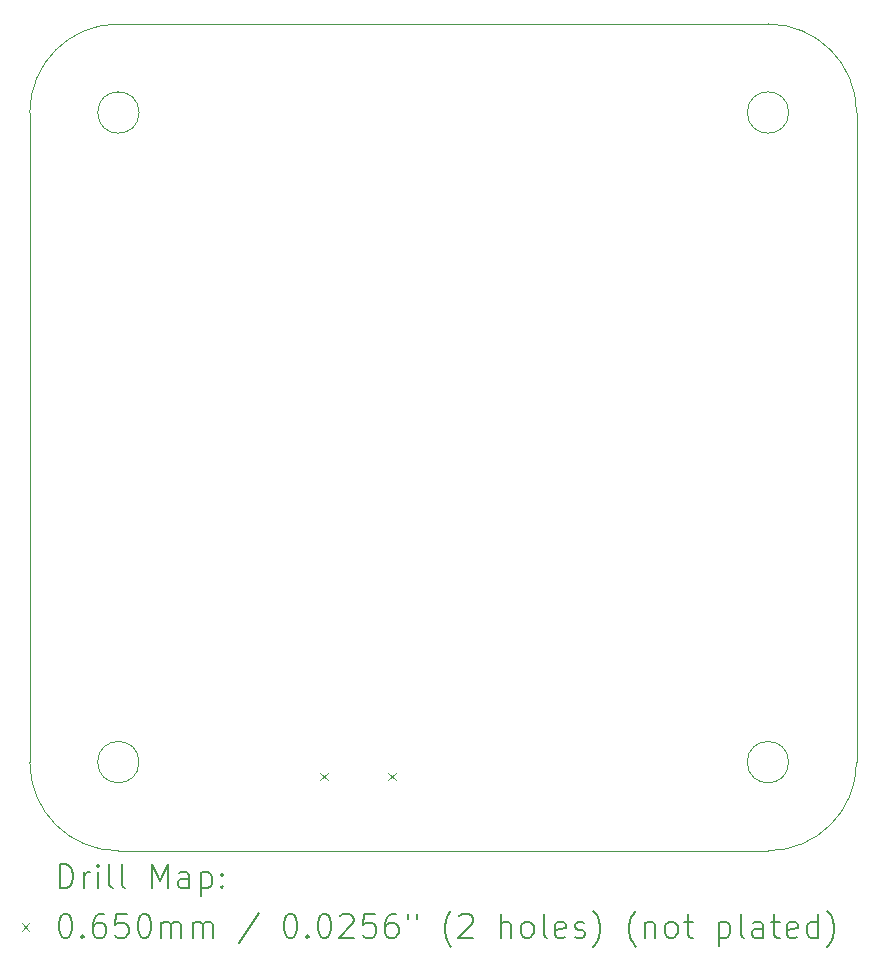
<source format=gbr>
%TF.GenerationSoftware,KiCad,Pcbnew,8.0.5*%
%TF.CreationDate,2025-03-07T10:13:15-08:00*%
%TF.ProjectId,Telemetry PCB V2,54656c65-6d65-4747-9279-205043422056,rev?*%
%TF.SameCoordinates,Original*%
%TF.FileFunction,Drillmap*%
%TF.FilePolarity,Positive*%
%FSLAX45Y45*%
G04 Gerber Fmt 4.5, Leading zero omitted, Abs format (unit mm)*
G04 Created by KiCad (PCBNEW 8.0.5) date 2025-03-07 10:13:15*
%MOMM*%
%LPD*%
G01*
G04 APERTURE LIST*
%ADD10C,0.100000*%
%ADD11C,0.200000*%
G04 APERTURE END LIST*
D10*
X18537000Y-4844000D02*
G75*
G02*
X19287000Y-5594000I0J-750000D01*
G01*
X19287000Y-11094000D02*
G75*
G02*
X18537000Y-11844000I-750000J0D01*
G01*
X13037000Y-11844000D02*
G75*
G02*
X12287000Y-11094000I0J750000D01*
G01*
X18712000Y-11094000D02*
G75*
G02*
X18362000Y-11094000I-175000J0D01*
G01*
X18362000Y-11094000D02*
G75*
G02*
X18712000Y-11094000I175000J0D01*
G01*
X13212000Y-5594000D02*
G75*
G02*
X12862000Y-5594000I-175000J0D01*
G01*
X12862000Y-5594000D02*
G75*
G02*
X13212000Y-5594000I175000J0D01*
G01*
X18712000Y-5594000D02*
G75*
G02*
X18362000Y-5594000I-175000J0D01*
G01*
X18362000Y-5594000D02*
G75*
G02*
X18712000Y-5594000I175000J0D01*
G01*
X19287000Y-5594000D02*
X19287000Y-11094000D01*
X13212000Y-11094000D02*
G75*
G02*
X12862000Y-11094000I-175000J0D01*
G01*
X12862000Y-11094000D02*
G75*
G02*
X13212000Y-11094000I175000J0D01*
G01*
X18537000Y-11844000D02*
X13037000Y-11844000D01*
X12287000Y-11094000D02*
X12287000Y-5594000D01*
X13037000Y-4844000D02*
X18537000Y-4844000D01*
X12287000Y-5594000D02*
G75*
G02*
X13037000Y-4844000I750000J0D01*
G01*
D11*
D10*
X14746000Y-11182500D02*
X14811000Y-11247500D01*
X14811000Y-11182500D02*
X14746000Y-11247500D01*
X15324000Y-11182500D02*
X15389000Y-11247500D01*
X15389000Y-11182500D02*
X15324000Y-11247500D01*
D11*
X12542777Y-12160484D02*
X12542777Y-11960484D01*
X12542777Y-11960484D02*
X12590396Y-11960484D01*
X12590396Y-11960484D02*
X12618967Y-11970008D01*
X12618967Y-11970008D02*
X12638015Y-11989055D01*
X12638015Y-11989055D02*
X12647539Y-12008103D01*
X12647539Y-12008103D02*
X12657062Y-12046198D01*
X12657062Y-12046198D02*
X12657062Y-12074769D01*
X12657062Y-12074769D02*
X12647539Y-12112865D01*
X12647539Y-12112865D02*
X12638015Y-12131912D01*
X12638015Y-12131912D02*
X12618967Y-12150960D01*
X12618967Y-12150960D02*
X12590396Y-12160484D01*
X12590396Y-12160484D02*
X12542777Y-12160484D01*
X12742777Y-12160484D02*
X12742777Y-12027150D01*
X12742777Y-12065246D02*
X12752301Y-12046198D01*
X12752301Y-12046198D02*
X12761824Y-12036674D01*
X12761824Y-12036674D02*
X12780872Y-12027150D01*
X12780872Y-12027150D02*
X12799920Y-12027150D01*
X12866586Y-12160484D02*
X12866586Y-12027150D01*
X12866586Y-11960484D02*
X12857062Y-11970008D01*
X12857062Y-11970008D02*
X12866586Y-11979531D01*
X12866586Y-11979531D02*
X12876110Y-11970008D01*
X12876110Y-11970008D02*
X12866586Y-11960484D01*
X12866586Y-11960484D02*
X12866586Y-11979531D01*
X12990396Y-12160484D02*
X12971348Y-12150960D01*
X12971348Y-12150960D02*
X12961824Y-12131912D01*
X12961824Y-12131912D02*
X12961824Y-11960484D01*
X13095158Y-12160484D02*
X13076110Y-12150960D01*
X13076110Y-12150960D02*
X13066586Y-12131912D01*
X13066586Y-12131912D02*
X13066586Y-11960484D01*
X13323729Y-12160484D02*
X13323729Y-11960484D01*
X13323729Y-11960484D02*
X13390396Y-12103341D01*
X13390396Y-12103341D02*
X13457062Y-11960484D01*
X13457062Y-11960484D02*
X13457062Y-12160484D01*
X13638015Y-12160484D02*
X13638015Y-12055722D01*
X13638015Y-12055722D02*
X13628491Y-12036674D01*
X13628491Y-12036674D02*
X13609443Y-12027150D01*
X13609443Y-12027150D02*
X13571348Y-12027150D01*
X13571348Y-12027150D02*
X13552301Y-12036674D01*
X13638015Y-12150960D02*
X13618967Y-12160484D01*
X13618967Y-12160484D02*
X13571348Y-12160484D01*
X13571348Y-12160484D02*
X13552301Y-12150960D01*
X13552301Y-12150960D02*
X13542777Y-12131912D01*
X13542777Y-12131912D02*
X13542777Y-12112865D01*
X13542777Y-12112865D02*
X13552301Y-12093817D01*
X13552301Y-12093817D02*
X13571348Y-12084293D01*
X13571348Y-12084293D02*
X13618967Y-12084293D01*
X13618967Y-12084293D02*
X13638015Y-12074769D01*
X13733253Y-12027150D02*
X13733253Y-12227150D01*
X13733253Y-12036674D02*
X13752301Y-12027150D01*
X13752301Y-12027150D02*
X13790396Y-12027150D01*
X13790396Y-12027150D02*
X13809443Y-12036674D01*
X13809443Y-12036674D02*
X13818967Y-12046198D01*
X13818967Y-12046198D02*
X13828491Y-12065246D01*
X13828491Y-12065246D02*
X13828491Y-12122388D01*
X13828491Y-12122388D02*
X13818967Y-12141436D01*
X13818967Y-12141436D02*
X13809443Y-12150960D01*
X13809443Y-12150960D02*
X13790396Y-12160484D01*
X13790396Y-12160484D02*
X13752301Y-12160484D01*
X13752301Y-12160484D02*
X13733253Y-12150960D01*
X13914205Y-12141436D02*
X13923729Y-12150960D01*
X13923729Y-12150960D02*
X13914205Y-12160484D01*
X13914205Y-12160484D02*
X13904682Y-12150960D01*
X13904682Y-12150960D02*
X13914205Y-12141436D01*
X13914205Y-12141436D02*
X13914205Y-12160484D01*
X13914205Y-12036674D02*
X13923729Y-12046198D01*
X13923729Y-12046198D02*
X13914205Y-12055722D01*
X13914205Y-12055722D02*
X13904682Y-12046198D01*
X13904682Y-12046198D02*
X13914205Y-12036674D01*
X13914205Y-12036674D02*
X13914205Y-12055722D01*
D10*
X12217000Y-12456500D02*
X12282000Y-12521500D01*
X12282000Y-12456500D02*
X12217000Y-12521500D01*
D11*
X12580872Y-12380484D02*
X12599920Y-12380484D01*
X12599920Y-12380484D02*
X12618967Y-12390008D01*
X12618967Y-12390008D02*
X12628491Y-12399531D01*
X12628491Y-12399531D02*
X12638015Y-12418579D01*
X12638015Y-12418579D02*
X12647539Y-12456674D01*
X12647539Y-12456674D02*
X12647539Y-12504293D01*
X12647539Y-12504293D02*
X12638015Y-12542388D01*
X12638015Y-12542388D02*
X12628491Y-12561436D01*
X12628491Y-12561436D02*
X12618967Y-12570960D01*
X12618967Y-12570960D02*
X12599920Y-12580484D01*
X12599920Y-12580484D02*
X12580872Y-12580484D01*
X12580872Y-12580484D02*
X12561824Y-12570960D01*
X12561824Y-12570960D02*
X12552301Y-12561436D01*
X12552301Y-12561436D02*
X12542777Y-12542388D01*
X12542777Y-12542388D02*
X12533253Y-12504293D01*
X12533253Y-12504293D02*
X12533253Y-12456674D01*
X12533253Y-12456674D02*
X12542777Y-12418579D01*
X12542777Y-12418579D02*
X12552301Y-12399531D01*
X12552301Y-12399531D02*
X12561824Y-12390008D01*
X12561824Y-12390008D02*
X12580872Y-12380484D01*
X12733253Y-12561436D02*
X12742777Y-12570960D01*
X12742777Y-12570960D02*
X12733253Y-12580484D01*
X12733253Y-12580484D02*
X12723729Y-12570960D01*
X12723729Y-12570960D02*
X12733253Y-12561436D01*
X12733253Y-12561436D02*
X12733253Y-12580484D01*
X12914205Y-12380484D02*
X12876110Y-12380484D01*
X12876110Y-12380484D02*
X12857062Y-12390008D01*
X12857062Y-12390008D02*
X12847539Y-12399531D01*
X12847539Y-12399531D02*
X12828491Y-12428103D01*
X12828491Y-12428103D02*
X12818967Y-12466198D01*
X12818967Y-12466198D02*
X12818967Y-12542388D01*
X12818967Y-12542388D02*
X12828491Y-12561436D01*
X12828491Y-12561436D02*
X12838015Y-12570960D01*
X12838015Y-12570960D02*
X12857062Y-12580484D01*
X12857062Y-12580484D02*
X12895158Y-12580484D01*
X12895158Y-12580484D02*
X12914205Y-12570960D01*
X12914205Y-12570960D02*
X12923729Y-12561436D01*
X12923729Y-12561436D02*
X12933253Y-12542388D01*
X12933253Y-12542388D02*
X12933253Y-12494769D01*
X12933253Y-12494769D02*
X12923729Y-12475722D01*
X12923729Y-12475722D02*
X12914205Y-12466198D01*
X12914205Y-12466198D02*
X12895158Y-12456674D01*
X12895158Y-12456674D02*
X12857062Y-12456674D01*
X12857062Y-12456674D02*
X12838015Y-12466198D01*
X12838015Y-12466198D02*
X12828491Y-12475722D01*
X12828491Y-12475722D02*
X12818967Y-12494769D01*
X13114205Y-12380484D02*
X13018967Y-12380484D01*
X13018967Y-12380484D02*
X13009443Y-12475722D01*
X13009443Y-12475722D02*
X13018967Y-12466198D01*
X13018967Y-12466198D02*
X13038015Y-12456674D01*
X13038015Y-12456674D02*
X13085634Y-12456674D01*
X13085634Y-12456674D02*
X13104682Y-12466198D01*
X13104682Y-12466198D02*
X13114205Y-12475722D01*
X13114205Y-12475722D02*
X13123729Y-12494769D01*
X13123729Y-12494769D02*
X13123729Y-12542388D01*
X13123729Y-12542388D02*
X13114205Y-12561436D01*
X13114205Y-12561436D02*
X13104682Y-12570960D01*
X13104682Y-12570960D02*
X13085634Y-12580484D01*
X13085634Y-12580484D02*
X13038015Y-12580484D01*
X13038015Y-12580484D02*
X13018967Y-12570960D01*
X13018967Y-12570960D02*
X13009443Y-12561436D01*
X13247539Y-12380484D02*
X13266586Y-12380484D01*
X13266586Y-12380484D02*
X13285634Y-12390008D01*
X13285634Y-12390008D02*
X13295158Y-12399531D01*
X13295158Y-12399531D02*
X13304682Y-12418579D01*
X13304682Y-12418579D02*
X13314205Y-12456674D01*
X13314205Y-12456674D02*
X13314205Y-12504293D01*
X13314205Y-12504293D02*
X13304682Y-12542388D01*
X13304682Y-12542388D02*
X13295158Y-12561436D01*
X13295158Y-12561436D02*
X13285634Y-12570960D01*
X13285634Y-12570960D02*
X13266586Y-12580484D01*
X13266586Y-12580484D02*
X13247539Y-12580484D01*
X13247539Y-12580484D02*
X13228491Y-12570960D01*
X13228491Y-12570960D02*
X13218967Y-12561436D01*
X13218967Y-12561436D02*
X13209443Y-12542388D01*
X13209443Y-12542388D02*
X13199920Y-12504293D01*
X13199920Y-12504293D02*
X13199920Y-12456674D01*
X13199920Y-12456674D02*
X13209443Y-12418579D01*
X13209443Y-12418579D02*
X13218967Y-12399531D01*
X13218967Y-12399531D02*
X13228491Y-12390008D01*
X13228491Y-12390008D02*
X13247539Y-12380484D01*
X13399920Y-12580484D02*
X13399920Y-12447150D01*
X13399920Y-12466198D02*
X13409443Y-12456674D01*
X13409443Y-12456674D02*
X13428491Y-12447150D01*
X13428491Y-12447150D02*
X13457063Y-12447150D01*
X13457063Y-12447150D02*
X13476110Y-12456674D01*
X13476110Y-12456674D02*
X13485634Y-12475722D01*
X13485634Y-12475722D02*
X13485634Y-12580484D01*
X13485634Y-12475722D02*
X13495158Y-12456674D01*
X13495158Y-12456674D02*
X13514205Y-12447150D01*
X13514205Y-12447150D02*
X13542777Y-12447150D01*
X13542777Y-12447150D02*
X13561824Y-12456674D01*
X13561824Y-12456674D02*
X13571348Y-12475722D01*
X13571348Y-12475722D02*
X13571348Y-12580484D01*
X13666586Y-12580484D02*
X13666586Y-12447150D01*
X13666586Y-12466198D02*
X13676110Y-12456674D01*
X13676110Y-12456674D02*
X13695158Y-12447150D01*
X13695158Y-12447150D02*
X13723729Y-12447150D01*
X13723729Y-12447150D02*
X13742777Y-12456674D01*
X13742777Y-12456674D02*
X13752301Y-12475722D01*
X13752301Y-12475722D02*
X13752301Y-12580484D01*
X13752301Y-12475722D02*
X13761824Y-12456674D01*
X13761824Y-12456674D02*
X13780872Y-12447150D01*
X13780872Y-12447150D02*
X13809443Y-12447150D01*
X13809443Y-12447150D02*
X13828491Y-12456674D01*
X13828491Y-12456674D02*
X13838015Y-12475722D01*
X13838015Y-12475722D02*
X13838015Y-12580484D01*
X14228491Y-12370960D02*
X14057063Y-12628103D01*
X14485634Y-12380484D02*
X14504682Y-12380484D01*
X14504682Y-12380484D02*
X14523729Y-12390008D01*
X14523729Y-12390008D02*
X14533253Y-12399531D01*
X14533253Y-12399531D02*
X14542777Y-12418579D01*
X14542777Y-12418579D02*
X14552301Y-12456674D01*
X14552301Y-12456674D02*
X14552301Y-12504293D01*
X14552301Y-12504293D02*
X14542777Y-12542388D01*
X14542777Y-12542388D02*
X14533253Y-12561436D01*
X14533253Y-12561436D02*
X14523729Y-12570960D01*
X14523729Y-12570960D02*
X14504682Y-12580484D01*
X14504682Y-12580484D02*
X14485634Y-12580484D01*
X14485634Y-12580484D02*
X14466586Y-12570960D01*
X14466586Y-12570960D02*
X14457063Y-12561436D01*
X14457063Y-12561436D02*
X14447539Y-12542388D01*
X14447539Y-12542388D02*
X14438015Y-12504293D01*
X14438015Y-12504293D02*
X14438015Y-12456674D01*
X14438015Y-12456674D02*
X14447539Y-12418579D01*
X14447539Y-12418579D02*
X14457063Y-12399531D01*
X14457063Y-12399531D02*
X14466586Y-12390008D01*
X14466586Y-12390008D02*
X14485634Y-12380484D01*
X14638015Y-12561436D02*
X14647539Y-12570960D01*
X14647539Y-12570960D02*
X14638015Y-12580484D01*
X14638015Y-12580484D02*
X14628491Y-12570960D01*
X14628491Y-12570960D02*
X14638015Y-12561436D01*
X14638015Y-12561436D02*
X14638015Y-12580484D01*
X14771348Y-12380484D02*
X14790396Y-12380484D01*
X14790396Y-12380484D02*
X14809444Y-12390008D01*
X14809444Y-12390008D02*
X14818967Y-12399531D01*
X14818967Y-12399531D02*
X14828491Y-12418579D01*
X14828491Y-12418579D02*
X14838015Y-12456674D01*
X14838015Y-12456674D02*
X14838015Y-12504293D01*
X14838015Y-12504293D02*
X14828491Y-12542388D01*
X14828491Y-12542388D02*
X14818967Y-12561436D01*
X14818967Y-12561436D02*
X14809444Y-12570960D01*
X14809444Y-12570960D02*
X14790396Y-12580484D01*
X14790396Y-12580484D02*
X14771348Y-12580484D01*
X14771348Y-12580484D02*
X14752301Y-12570960D01*
X14752301Y-12570960D02*
X14742777Y-12561436D01*
X14742777Y-12561436D02*
X14733253Y-12542388D01*
X14733253Y-12542388D02*
X14723729Y-12504293D01*
X14723729Y-12504293D02*
X14723729Y-12456674D01*
X14723729Y-12456674D02*
X14733253Y-12418579D01*
X14733253Y-12418579D02*
X14742777Y-12399531D01*
X14742777Y-12399531D02*
X14752301Y-12390008D01*
X14752301Y-12390008D02*
X14771348Y-12380484D01*
X14914206Y-12399531D02*
X14923729Y-12390008D01*
X14923729Y-12390008D02*
X14942777Y-12380484D01*
X14942777Y-12380484D02*
X14990396Y-12380484D01*
X14990396Y-12380484D02*
X15009444Y-12390008D01*
X15009444Y-12390008D02*
X15018967Y-12399531D01*
X15018967Y-12399531D02*
X15028491Y-12418579D01*
X15028491Y-12418579D02*
X15028491Y-12437627D01*
X15028491Y-12437627D02*
X15018967Y-12466198D01*
X15018967Y-12466198D02*
X14904682Y-12580484D01*
X14904682Y-12580484D02*
X15028491Y-12580484D01*
X15209444Y-12380484D02*
X15114206Y-12380484D01*
X15114206Y-12380484D02*
X15104682Y-12475722D01*
X15104682Y-12475722D02*
X15114206Y-12466198D01*
X15114206Y-12466198D02*
X15133253Y-12456674D01*
X15133253Y-12456674D02*
X15180872Y-12456674D01*
X15180872Y-12456674D02*
X15199920Y-12466198D01*
X15199920Y-12466198D02*
X15209444Y-12475722D01*
X15209444Y-12475722D02*
X15218967Y-12494769D01*
X15218967Y-12494769D02*
X15218967Y-12542388D01*
X15218967Y-12542388D02*
X15209444Y-12561436D01*
X15209444Y-12561436D02*
X15199920Y-12570960D01*
X15199920Y-12570960D02*
X15180872Y-12580484D01*
X15180872Y-12580484D02*
X15133253Y-12580484D01*
X15133253Y-12580484D02*
X15114206Y-12570960D01*
X15114206Y-12570960D02*
X15104682Y-12561436D01*
X15390396Y-12380484D02*
X15352301Y-12380484D01*
X15352301Y-12380484D02*
X15333253Y-12390008D01*
X15333253Y-12390008D02*
X15323729Y-12399531D01*
X15323729Y-12399531D02*
X15304682Y-12428103D01*
X15304682Y-12428103D02*
X15295158Y-12466198D01*
X15295158Y-12466198D02*
X15295158Y-12542388D01*
X15295158Y-12542388D02*
X15304682Y-12561436D01*
X15304682Y-12561436D02*
X15314206Y-12570960D01*
X15314206Y-12570960D02*
X15333253Y-12580484D01*
X15333253Y-12580484D02*
X15371348Y-12580484D01*
X15371348Y-12580484D02*
X15390396Y-12570960D01*
X15390396Y-12570960D02*
X15399920Y-12561436D01*
X15399920Y-12561436D02*
X15409444Y-12542388D01*
X15409444Y-12542388D02*
X15409444Y-12494769D01*
X15409444Y-12494769D02*
X15399920Y-12475722D01*
X15399920Y-12475722D02*
X15390396Y-12466198D01*
X15390396Y-12466198D02*
X15371348Y-12456674D01*
X15371348Y-12456674D02*
X15333253Y-12456674D01*
X15333253Y-12456674D02*
X15314206Y-12466198D01*
X15314206Y-12466198D02*
X15304682Y-12475722D01*
X15304682Y-12475722D02*
X15295158Y-12494769D01*
X15485634Y-12380484D02*
X15485634Y-12418579D01*
X15561825Y-12380484D02*
X15561825Y-12418579D01*
X15857063Y-12656674D02*
X15847539Y-12647150D01*
X15847539Y-12647150D02*
X15828491Y-12618579D01*
X15828491Y-12618579D02*
X15818968Y-12599531D01*
X15818968Y-12599531D02*
X15809444Y-12570960D01*
X15809444Y-12570960D02*
X15799920Y-12523341D01*
X15799920Y-12523341D02*
X15799920Y-12485246D01*
X15799920Y-12485246D02*
X15809444Y-12437627D01*
X15809444Y-12437627D02*
X15818968Y-12409055D01*
X15818968Y-12409055D02*
X15828491Y-12390008D01*
X15828491Y-12390008D02*
X15847539Y-12361436D01*
X15847539Y-12361436D02*
X15857063Y-12351912D01*
X15923729Y-12399531D02*
X15933253Y-12390008D01*
X15933253Y-12390008D02*
X15952301Y-12380484D01*
X15952301Y-12380484D02*
X15999920Y-12380484D01*
X15999920Y-12380484D02*
X16018968Y-12390008D01*
X16018968Y-12390008D02*
X16028491Y-12399531D01*
X16028491Y-12399531D02*
X16038015Y-12418579D01*
X16038015Y-12418579D02*
X16038015Y-12437627D01*
X16038015Y-12437627D02*
X16028491Y-12466198D01*
X16028491Y-12466198D02*
X15914206Y-12580484D01*
X15914206Y-12580484D02*
X16038015Y-12580484D01*
X16276110Y-12580484D02*
X16276110Y-12380484D01*
X16361825Y-12580484D02*
X16361825Y-12475722D01*
X16361825Y-12475722D02*
X16352301Y-12456674D01*
X16352301Y-12456674D02*
X16333253Y-12447150D01*
X16333253Y-12447150D02*
X16304682Y-12447150D01*
X16304682Y-12447150D02*
X16285634Y-12456674D01*
X16285634Y-12456674D02*
X16276110Y-12466198D01*
X16485634Y-12580484D02*
X16466587Y-12570960D01*
X16466587Y-12570960D02*
X16457063Y-12561436D01*
X16457063Y-12561436D02*
X16447539Y-12542388D01*
X16447539Y-12542388D02*
X16447539Y-12485246D01*
X16447539Y-12485246D02*
X16457063Y-12466198D01*
X16457063Y-12466198D02*
X16466587Y-12456674D01*
X16466587Y-12456674D02*
X16485634Y-12447150D01*
X16485634Y-12447150D02*
X16514206Y-12447150D01*
X16514206Y-12447150D02*
X16533253Y-12456674D01*
X16533253Y-12456674D02*
X16542777Y-12466198D01*
X16542777Y-12466198D02*
X16552301Y-12485246D01*
X16552301Y-12485246D02*
X16552301Y-12542388D01*
X16552301Y-12542388D02*
X16542777Y-12561436D01*
X16542777Y-12561436D02*
X16533253Y-12570960D01*
X16533253Y-12570960D02*
X16514206Y-12580484D01*
X16514206Y-12580484D02*
X16485634Y-12580484D01*
X16666587Y-12580484D02*
X16647539Y-12570960D01*
X16647539Y-12570960D02*
X16638015Y-12551912D01*
X16638015Y-12551912D02*
X16638015Y-12380484D01*
X16818968Y-12570960D02*
X16799920Y-12580484D01*
X16799920Y-12580484D02*
X16761825Y-12580484D01*
X16761825Y-12580484D02*
X16742777Y-12570960D01*
X16742777Y-12570960D02*
X16733253Y-12551912D01*
X16733253Y-12551912D02*
X16733253Y-12475722D01*
X16733253Y-12475722D02*
X16742777Y-12456674D01*
X16742777Y-12456674D02*
X16761825Y-12447150D01*
X16761825Y-12447150D02*
X16799920Y-12447150D01*
X16799920Y-12447150D02*
X16818968Y-12456674D01*
X16818968Y-12456674D02*
X16828492Y-12475722D01*
X16828492Y-12475722D02*
X16828492Y-12494769D01*
X16828492Y-12494769D02*
X16733253Y-12513817D01*
X16904682Y-12570960D02*
X16923730Y-12580484D01*
X16923730Y-12580484D02*
X16961825Y-12580484D01*
X16961825Y-12580484D02*
X16980873Y-12570960D01*
X16980873Y-12570960D02*
X16990396Y-12551912D01*
X16990396Y-12551912D02*
X16990396Y-12542388D01*
X16990396Y-12542388D02*
X16980873Y-12523341D01*
X16980873Y-12523341D02*
X16961825Y-12513817D01*
X16961825Y-12513817D02*
X16933253Y-12513817D01*
X16933253Y-12513817D02*
X16914206Y-12504293D01*
X16914206Y-12504293D02*
X16904682Y-12485246D01*
X16904682Y-12485246D02*
X16904682Y-12475722D01*
X16904682Y-12475722D02*
X16914206Y-12456674D01*
X16914206Y-12456674D02*
X16933253Y-12447150D01*
X16933253Y-12447150D02*
X16961825Y-12447150D01*
X16961825Y-12447150D02*
X16980873Y-12456674D01*
X17057063Y-12656674D02*
X17066587Y-12647150D01*
X17066587Y-12647150D02*
X17085634Y-12618579D01*
X17085634Y-12618579D02*
X17095158Y-12599531D01*
X17095158Y-12599531D02*
X17104682Y-12570960D01*
X17104682Y-12570960D02*
X17114206Y-12523341D01*
X17114206Y-12523341D02*
X17114206Y-12485246D01*
X17114206Y-12485246D02*
X17104682Y-12437627D01*
X17104682Y-12437627D02*
X17095158Y-12409055D01*
X17095158Y-12409055D02*
X17085634Y-12390008D01*
X17085634Y-12390008D02*
X17066587Y-12361436D01*
X17066587Y-12361436D02*
X17057063Y-12351912D01*
X17418968Y-12656674D02*
X17409444Y-12647150D01*
X17409444Y-12647150D02*
X17390396Y-12618579D01*
X17390396Y-12618579D02*
X17380873Y-12599531D01*
X17380873Y-12599531D02*
X17371349Y-12570960D01*
X17371349Y-12570960D02*
X17361825Y-12523341D01*
X17361825Y-12523341D02*
X17361825Y-12485246D01*
X17361825Y-12485246D02*
X17371349Y-12437627D01*
X17371349Y-12437627D02*
X17380873Y-12409055D01*
X17380873Y-12409055D02*
X17390396Y-12390008D01*
X17390396Y-12390008D02*
X17409444Y-12361436D01*
X17409444Y-12361436D02*
X17418968Y-12351912D01*
X17495158Y-12447150D02*
X17495158Y-12580484D01*
X17495158Y-12466198D02*
X17504682Y-12456674D01*
X17504682Y-12456674D02*
X17523730Y-12447150D01*
X17523730Y-12447150D02*
X17552301Y-12447150D01*
X17552301Y-12447150D02*
X17571349Y-12456674D01*
X17571349Y-12456674D02*
X17580873Y-12475722D01*
X17580873Y-12475722D02*
X17580873Y-12580484D01*
X17704682Y-12580484D02*
X17685634Y-12570960D01*
X17685634Y-12570960D02*
X17676111Y-12561436D01*
X17676111Y-12561436D02*
X17666587Y-12542388D01*
X17666587Y-12542388D02*
X17666587Y-12485246D01*
X17666587Y-12485246D02*
X17676111Y-12466198D01*
X17676111Y-12466198D02*
X17685634Y-12456674D01*
X17685634Y-12456674D02*
X17704682Y-12447150D01*
X17704682Y-12447150D02*
X17733254Y-12447150D01*
X17733254Y-12447150D02*
X17752301Y-12456674D01*
X17752301Y-12456674D02*
X17761825Y-12466198D01*
X17761825Y-12466198D02*
X17771349Y-12485246D01*
X17771349Y-12485246D02*
X17771349Y-12542388D01*
X17771349Y-12542388D02*
X17761825Y-12561436D01*
X17761825Y-12561436D02*
X17752301Y-12570960D01*
X17752301Y-12570960D02*
X17733254Y-12580484D01*
X17733254Y-12580484D02*
X17704682Y-12580484D01*
X17828492Y-12447150D02*
X17904682Y-12447150D01*
X17857063Y-12380484D02*
X17857063Y-12551912D01*
X17857063Y-12551912D02*
X17866587Y-12570960D01*
X17866587Y-12570960D02*
X17885634Y-12580484D01*
X17885634Y-12580484D02*
X17904682Y-12580484D01*
X18123730Y-12447150D02*
X18123730Y-12647150D01*
X18123730Y-12456674D02*
X18142777Y-12447150D01*
X18142777Y-12447150D02*
X18180873Y-12447150D01*
X18180873Y-12447150D02*
X18199920Y-12456674D01*
X18199920Y-12456674D02*
X18209444Y-12466198D01*
X18209444Y-12466198D02*
X18218968Y-12485246D01*
X18218968Y-12485246D02*
X18218968Y-12542388D01*
X18218968Y-12542388D02*
X18209444Y-12561436D01*
X18209444Y-12561436D02*
X18199920Y-12570960D01*
X18199920Y-12570960D02*
X18180873Y-12580484D01*
X18180873Y-12580484D02*
X18142777Y-12580484D01*
X18142777Y-12580484D02*
X18123730Y-12570960D01*
X18333254Y-12580484D02*
X18314206Y-12570960D01*
X18314206Y-12570960D02*
X18304682Y-12551912D01*
X18304682Y-12551912D02*
X18304682Y-12380484D01*
X18495158Y-12580484D02*
X18495158Y-12475722D01*
X18495158Y-12475722D02*
X18485635Y-12456674D01*
X18485635Y-12456674D02*
X18466587Y-12447150D01*
X18466587Y-12447150D02*
X18428492Y-12447150D01*
X18428492Y-12447150D02*
X18409444Y-12456674D01*
X18495158Y-12570960D02*
X18476111Y-12580484D01*
X18476111Y-12580484D02*
X18428492Y-12580484D01*
X18428492Y-12580484D02*
X18409444Y-12570960D01*
X18409444Y-12570960D02*
X18399920Y-12551912D01*
X18399920Y-12551912D02*
X18399920Y-12532865D01*
X18399920Y-12532865D02*
X18409444Y-12513817D01*
X18409444Y-12513817D02*
X18428492Y-12504293D01*
X18428492Y-12504293D02*
X18476111Y-12504293D01*
X18476111Y-12504293D02*
X18495158Y-12494769D01*
X18561825Y-12447150D02*
X18638015Y-12447150D01*
X18590396Y-12380484D02*
X18590396Y-12551912D01*
X18590396Y-12551912D02*
X18599920Y-12570960D01*
X18599920Y-12570960D02*
X18618968Y-12580484D01*
X18618968Y-12580484D02*
X18638015Y-12580484D01*
X18780873Y-12570960D02*
X18761825Y-12580484D01*
X18761825Y-12580484D02*
X18723730Y-12580484D01*
X18723730Y-12580484D02*
X18704682Y-12570960D01*
X18704682Y-12570960D02*
X18695158Y-12551912D01*
X18695158Y-12551912D02*
X18695158Y-12475722D01*
X18695158Y-12475722D02*
X18704682Y-12456674D01*
X18704682Y-12456674D02*
X18723730Y-12447150D01*
X18723730Y-12447150D02*
X18761825Y-12447150D01*
X18761825Y-12447150D02*
X18780873Y-12456674D01*
X18780873Y-12456674D02*
X18790396Y-12475722D01*
X18790396Y-12475722D02*
X18790396Y-12494769D01*
X18790396Y-12494769D02*
X18695158Y-12513817D01*
X18961825Y-12580484D02*
X18961825Y-12380484D01*
X18961825Y-12570960D02*
X18942777Y-12580484D01*
X18942777Y-12580484D02*
X18904682Y-12580484D01*
X18904682Y-12580484D02*
X18885635Y-12570960D01*
X18885635Y-12570960D02*
X18876111Y-12561436D01*
X18876111Y-12561436D02*
X18866587Y-12542388D01*
X18866587Y-12542388D02*
X18866587Y-12485246D01*
X18866587Y-12485246D02*
X18876111Y-12466198D01*
X18876111Y-12466198D02*
X18885635Y-12456674D01*
X18885635Y-12456674D02*
X18904682Y-12447150D01*
X18904682Y-12447150D02*
X18942777Y-12447150D01*
X18942777Y-12447150D02*
X18961825Y-12456674D01*
X19038016Y-12656674D02*
X19047539Y-12647150D01*
X19047539Y-12647150D02*
X19066587Y-12618579D01*
X19066587Y-12618579D02*
X19076111Y-12599531D01*
X19076111Y-12599531D02*
X19085635Y-12570960D01*
X19085635Y-12570960D02*
X19095158Y-12523341D01*
X19095158Y-12523341D02*
X19095158Y-12485246D01*
X19095158Y-12485246D02*
X19085635Y-12437627D01*
X19085635Y-12437627D02*
X19076111Y-12409055D01*
X19076111Y-12409055D02*
X19066587Y-12390008D01*
X19066587Y-12390008D02*
X19047539Y-12361436D01*
X19047539Y-12361436D02*
X19038016Y-12351912D01*
M02*

</source>
